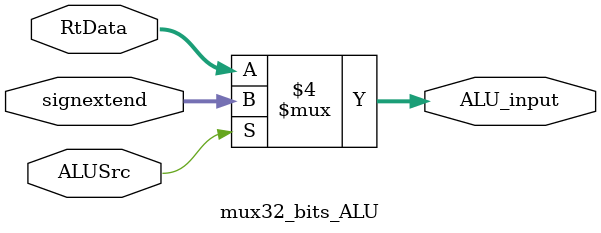
<source format=v>
module mux32_bits_ALU(
	// Outputs
	output reg [31:0]ALU_input,
	// Inputs
	input wire [31:0]RtData,
	input wire [31:0]signextend,
	input wire ALUSrc
);
	
	always @ (*)
	begin
		if (ALUSrc== 1)ALU_input = signextend;
		else ALU_input = RtData;
	end
	
endmodule

</source>
